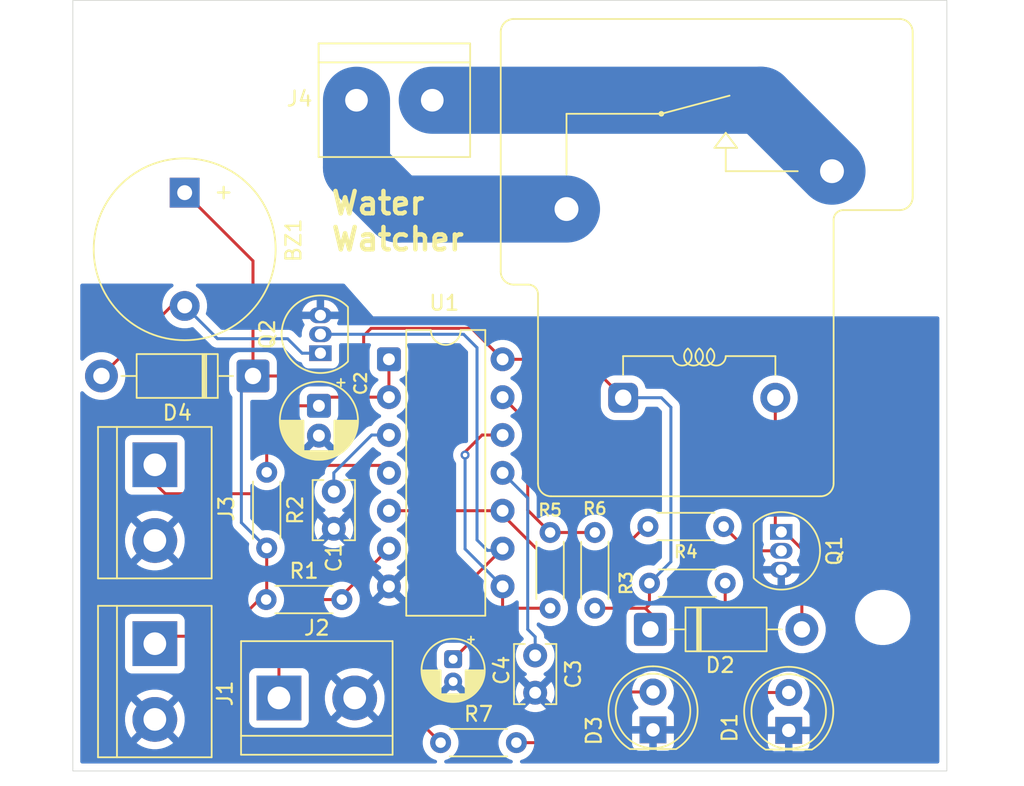
<source format=kicad_pcb>
(kicad_pcb (version 20241229) (generator "pcbnew") (generator_version "9.0")
  (layers (0 "F.Cu" signal) (2 "B.Cu" signal) (13 "F.Paste" user) (15 "B.Paste" user) (5 "F.SilkS" user "F.Silkscreen") (7 "B.SilkS" user "B.Silkscreen") (1 "F.Mask" user) (3 "B.Mask" user) (25 "Edge.Cuts" user))
  (net 0 "")
  (net 1 "VCC")
  (net 2 "Net-(BZ1--)")
  (net 3 "GND")
  (net 4 "Net-(U1A-CV)")
  (net 5 "Net-(U1A-DIS)")
  (net 6 "Net-(U1B-CV)")
  (net 7 "Net-(U1B-THR)")
  (net 8 "Net-(D1-A)")
  (net 9 "Net-(D2-A)")
  (net 10 "Net-(D3-A)")
  (net 11 "Net-(J2-Pin_1)")
  (net 12 "RESET")
  (net 13 "Net-(Q1-B)")
  (net 14 "Net-(Q2-B)")
  (net 15 "Signal")
  (net 16 "Net-(U1B-DIS)")
  (net 17 "Net-(J4-Pin_1)")
  (net 18 "Net-(J4-Pin_2)")
  (footprint "Resistor_THT:R_Axial_DIN0204_L3.6mm_D1.6mm_P5.08mm_Horizontal" (layer "F.Cu") (at 185.96 98)
    (property "Reference" "R1" (at 2.54 -1.92 0) (layer "F.SilkS"))
    (property "Value" "10k")
    (pad "1" thru_hole circle (at 0 0) (size 1.4 1.4) (drill 0.7) (layers "*.Cu" "*.Mask") (net 1 "VCC"))
    (pad "2" thru_hole circle (at 5.08 0) (size 1.4 1.4) (drill 0.7) (layers "*.Cu" "*.Mask") (net 11 "Net-(J2-Pin_1)"))
  )
  (footprint "Capacitor_THT:CP_Radial_D4.0mm_P1.50mm" (layer "F.Cu") (at 198.5 102 -90)
    (property "Reference" "C4" (at 0.75 -3.25 90) (layer "F.SilkS"))
    (property "Value" "10u")
    (pad "1" thru_hole roundrect (at 0 0 270) (size 1.2 1.2) (drill 0.6) (layers "*.Cu" "*.Mask") (roundrect_rratio 0.208333) (net 7 "Net-(U1B-THR)"))
    (pad "2" thru_hole circle (at 1.5 0 270) (size 1.2 1.2) (drill 0.6) (layers "*.Cu" "*.Mask") (net 3 "GND"))
  )
  (footprint "Capacitor_THT:C_Disc_D3.8mm_W2.6mm_P2.50mm" (layer "F.Cu") (at 190.5 90.75 -90)
    (property "Reference" "C1" (at 4.45 0 90) (layer "F.SilkS"))
    (property "Value" "0.01u")
    (pad "1" thru_hole circle (at 0 0 270) (size 1.6 1.6) (drill 0.8) (layers "*.Cu" "*.Mask") (net 4 "Net-(U1A-CV)"))
    (pad "2" thru_hole circle (at 2.5 0 270) (size 1.6 1.6) (drill 0.8) (layers "*.Cu" "*.Mask") (net 3 "GND"))
  )
  (footprint "TerminalBlock:TerminalBlock_bornier-2_P5.08mm" (layer "F.Cu") (at 186.82 104.6)
    (property "Reference" "J2" (at 2.54 -4.7 0) (layer "F.SilkS"))
    (property "Value" "Conn_01x02_Pin")
    (pad "1" thru_hole rect (at 0 0) (size 3 3) (drill 1.52) (layers "*.Cu" "*.Mask") (net 11 "Net-(J2-Pin_1)"))
    (pad "2" thru_hole circle (at 5.08 0) (size 3 3) (drill 1.52) (layers "*.Cu" "*.Mask") (net 3 "GND"))
  )
  (footprint "Diode_THT:D_DO-41_SOD81_P10.16mm_Horizontal" (layer "F.Cu") (at 185.08 83 180)
    (property "Reference" "D4" (at 5.08 -2.47 0) (layer "F.SilkS"))
    (property "Value" "1N4001")
    (pad "1" thru_hole roundrect (at 0 0 180) (size 2.2 2.2) (drill 1.1) (layers "*.Cu" "*.Mask") (roundrect_rratio 0.113636) (net 1 "VCC"))
    (pad "2" thru_hole circle (at 10.16 0 180) (size 2.2 2.2) (drill 1.1) (layers "*.Cu" "*.Mask") (net 2 "Net-(BZ1--)"))
  )
  (footprint "TerminalBlock:TerminalBlock_bornier-2_P5.08mm" (layer "F.Cu") (at 178.5 88.96 -90)
    (property "Reference" "J3" (at 2.94 -4.8 90) (layer "F.SilkS"))
    (property "Value" "Conn_01x02_Pin")
    (pad "1" thru_hole rect (at 0 0 270) (size 3 3) (drill 1.52) (layers "*.Cu" "*.Mask") (net 12 "RESET"))
    (pad "2" thru_hole circle (at 5.08 0 270) (size 3 3) (drill 1.52) (layers "*.Cu" "*.Mask") (net 3 "GND"))
  )
  (footprint "Resistor_THT:R_Axial_DIN0204_L3.6mm_D1.6mm_P5.08mm_Horizontal" (layer "F.Cu") (at 208 93.5 -90)
    (property "Reference" "R6" (at -1.6 0 180) (layer "F.SilkS") (effects (font (size 0.8 0.8))))
    (property "Value" "50k")
    (pad "1" thru_hole circle (at 0 0 270) (size 1.4 1.4) (drill 0.7) (layers "*.Cu" "*.Mask") (net 16 "Net-(U1B-DIS)"))
    (pad "2" thru_hole circle (at 5.08 0 270) (size 1.4 1.4) (drill 0.7) (layers "*.Cu" "*.Mask") (net 1 "VCC"))
  )
  (footprint "Resistor_THT:R_Axial_DIN0204_L3.6mm_D1.6mm_P5.08mm_Horizontal" (layer "F.Cu") (at 205 93.5 -90)
    (property "Reference" "R5" (at -1.5 0 180) (layer "F.SilkS") (effects (font (size 0.8 0.8))))
    (property "Value" "100k")
    (pad "1" thru_hole circle (at 0 0 270) (size 1.4 1.4) (drill 0.7) (layers "*.Cu" "*.Mask") (net 16 "Net-(U1B-DIS)"))
    (pad "2" thru_hole circle (at 5.08 0 270) (size 1.4 1.4) (drill 0.7) (layers "*.Cu" "*.Mask") (net 7 "Net-(U1B-THR)"))
  )
  (footprint "Package_DIP:CERDIP-14_W7.62mm_SideBrazed" (layer "F.Cu") (at 194.195 81.88)
    (property "Reference" "U1" (at 3.705 -3.78 0) (layer "F.SilkS"))
    (property "Value" "NE556")
    (pad "1" thru_hole roundrect (at 0 0) (size 1.6 1.6) (drill 0.8) (layers "*.Cu" "*.Mask") (roundrect_rratio 0.15625) (net 5 "Net-(U1A-DIS)"))
    (pad "2" thru_hole circle (at 0 2.54) (size 1.6 1.6) (drill 0.8) (layers "*.Cu" "*.Mask") (net 5 "Net-(U1A-DIS)"))
    (pad "3" thru_hole circle (at 0 5.08) (size 1.6 1.6) (drill 0.8) (layers "*.Cu" "*.Mask") (net 4 "Net-(U1A-CV)"))
    (pad "4" thru_hole circle (at 0 7.62) (size 1.6 1.6) (drill 0.8) (layers "*.Cu" "*.Mask") (net 12 "RESET"))
    (pad "5" thru_hole circle (at 0 10.16) (size 1.6 1.6) (drill 0.8) (layers "*.Cu" "*.Mask") (net 15 "Signal"))
    (pad "6" thru_hole circle (at 0 12.7) (size 1.6 1.6) (drill 0.8) (layers "*.Cu" "*.Mask") (net 11 "Net-(J2-Pin_1)"))
    (pad "7" thru_hole circle (at 0 15.24) (size 1.6 1.6) (drill 0.8) (layers "*.Cu" "*.Mask") (net 3 "GND"))
    (pad "8" thru_hole circle (at 7.62 15.24) (size 1.6 1.6) (drill 0.8) (layers "*.Cu" "*.Mask") (net 7 "Net-(U1B-THR)"))
    (pad "9" thru_hole circle (at 7.62 12.7) (size 1.6 1.6) (drill 0.8) (layers "*.Cu" "*.Mask") (net 14 "Net-(Q2-B)"))
    (pad "10" thru_hole circle (at 7.62 10.16) (size 1.6 1.6) (drill 0.8) (layers "*.Cu" "*.Mask") (net 15 "Signal"))
    (pad "11" thru_hole circle (at 7.62 7.62) (size 1.6 1.6) (drill 0.8) (layers "*.Cu" "*.Mask") (net 6 "Net-(U1B-CV)"))
    (pad "12" thru_hole circle (at 7.62 5.08) (size 1.6 1.6) (drill 0.8) (layers "*.Cu" "*.Mask") (net 7 "Net-(U1B-THR)"))
    (pad "13" thru_hole circle (at 7.62 2.54) (size 1.6 1.6) (drill 0.8) (layers "*.Cu" "*.Mask") (net 16 "Net-(U1B-DIS)"))
    (pad "14" thru_hole circle (at 7.62 0) (size 1.6 1.6) (drill 0.8) (layers "*.Cu" "*.Mask") (net 1 "VCC"))
  )
  (footprint "Resistor_THT:R_Axial_DIN0204_L3.6mm_D1.6mm_P5.08mm_Horizontal" (layer "F.Cu") (at 197.66 107.6)
    (property "Reference" "R7" (at 2.54 -1.92 0) (layer "F.SilkS"))
    (property "Value" "1k")
    (pad "1" thru_hole circle (at 0 0) (size 1.4 1.4) (drill 0.7) (layers "*.Cu" "*.Mask") (net 14 "Net-(Q2-B)"))
    (pad "2" thru_hole circle (at 5.08 0) (size 1.4 1.4) (drill 0.7) (layers "*.Cu" "*.Mask") (net 10 "Net-(D3-A)"))
  )
  (footprint "Resistor_THT:R_Axial_DIN0204_L3.6mm_D1.6mm_P5.08mm_Horizontal" (layer "F.Cu") (at 186 89.46 -90)
    (property "Reference" "R2" (at 2.54 -1.92 90) (layer "F.SilkS"))
    (property "Value" "400k" (hide yes))
    (pad "1" thru_hole circle (at 0 0 270) (size 1.4 1.4) (drill 0.7) (layers "*.Cu" "*.Mask") (net 5 "Net-(U1A-DIS)"))
    (pad "2" thru_hole circle (at 5.08 0 270) (size 1.4 1.4) (drill 0.7) (layers "*.Cu" "*.Mask") (net 1 "VCC"))
  )
  (footprint "Resistor_THT:R_Axial_DIN0204_L3.6mm_D1.6mm_P5.08mm_Horizontal" (layer "F.Cu") (at 211.56 93.1)
    (property "Reference" "R4" (at 2.54 1.7 0) (layer "F.SilkS") (effects (font (size 0.8 0.8))))
    (property "Value" "1k")
    (pad "1" thru_hole circle (at 0 0) (size 1.4 1.4) (drill 0.7) (layers "*.Cu" "*.Mask") (net 15 "Signal"))
    (pad "2" thru_hole circle (at 5.08 0) (size 1.4 1.4) (drill 0.7) (layers "*.Cu" "*.Mask") (net 13 "Net-(Q1-B)"))
  )
  (footprint "MountingHole:MountingHole_3.2mm_M3" (layer "F.Cu") (at 227.3 99.2)
    (property "Reference" "REF**" (hide yes))
    (property "Value" "MountingHole_3.2mm_M3")
    (pad "" np_thru_hole circle (at 0 0) (size 3.2 3.2) (drill 3.2) (layers "*.Cu" "*.Mask"))
  )
  (footprint "Resistor_THT:R_Axial_DIN0204_L3.6mm_D1.6mm_P5.08mm_Horizontal" (layer "F.Cu") (at 211.66 96.9)
    (property "Reference" "R3" (at -1.56 0 90) (layer "F.SilkS") (effects (font (size 0.8 0.8))))
    (property "Value" "1k")
    (pad "1" thru_hole circle (at 0 0) (size 1.4 1.4) (drill 0.7) (layers "*.Cu" "*.Mask") (net 1 "VCC"))
    (pad "2" thru_hole circle (at 5.08 0) (size 1.4 1.4) (drill 0.7) (layers "*.Cu" "*.Mask") (net 8 "Net-(D1-A)"))
  )
  (footprint "Diode_THT:D_DO-41_SOD81_P10.16mm_Horizontal" (layer "F.Cu") (at 211.72 100)
    (property "Reference" "D2" (at 4.68 2.4 0) (layer "F.SilkS"))
    (property "Value" "1N4001")
    (pad "1" thru_hole roundrect (at 0 0) (size 2.2 2.2) (drill 1.1) (layers "*.Cu" "*.Mask") (roundrect_rratio 0.113636) (net 1 "VCC"))
    (pad "2" thru_hole circle (at 10.16 0) (size 2.2 2.2) (drill 1.1) (layers "*.Cu" "*.Mask") (net 9 "Net-(D2-A)"))
  )
  (footprint "Relay_THT:Relay_SPST_RAYEX-L90AS" (layer "F.Cu") (at 215 87 90)
    (property "Reference" "K1" (hide yes))
    (property "Value" "RAYEX-L90AS")
    (pad "13" thru_hole circle (at 15.2 -8.9 270) (size 3 3) (drill 1.6) (layers "*.Cu" "*.Mask") (net 18 "Net-(J4-Pin_2)"))
    (pad "14" thru_hole circle (at 17.74 8.9 270) (size 3 3) (drill 1.6) (layers "*.Cu" "*.Mask") (net 17 "Net-(J4-Pin_1)"))
    (pad "A1" thru_hole roundrect (at 2.54 -5.1 270) (size 2 2) (drill 1.1) (layers "*.Cu" "*.Mask") (net 1 "VCC"))
    (pad "A2" thru_hole circle (at 2.54 5.1 270) (size 2 2) (drill 1.1) (layers "*.Cu" "*.Mask") (net 9 "Net-(D2-A)"))
  )
  (footprint "TerminalBlock:TerminalBlock_bornier-2_P5.08mm" (layer "F.Cu") (at 178.5 100.96 -90)
    (property "Reference" "J1" (at 3.34 -4.7 90) (layer "F.SilkS"))
    (property "Value" "Conn_01x02_Pin")
    (pad "1" thru_hole rect (at 0 0 270) (size 3 3) (drill 1.52) (layers "*.Cu" "*.Mask") (net 1 "VCC"))
    (pad "2" thru_hole circle (at 5.08 0 270) (size 3 3) (drill 1.52) (layers "*.Cu" "*.Mask") (net 3 "GND"))
  )
  (footprint "LED_THT:LED_D5.0mm" (layer "F.Cu") (at 221 106.775 90)
    (property "Reference" "D1" (at 0.175 -3.96 90) (layer "F.SilkS"))
    (property "Value" "LED")
    (pad "1" thru_hole rect (at 0 0 90) (size 1.8 1.8) (drill 0.9) (layers "*.Cu" "*.Mask") (net 3 "GND"))
    (pad "2" thru_hole circle (at 2.54 0 90) (size 1.8 1.8) (drill 0.9) (layers "*.Cu" "*.Mask") (net 8 "Net-(D1-A)"))
  )
  (footprint "LED_THT:LED_D5.0mm" (layer "F.Cu") (at 211.9 106.74 90)
    (property "Reference" "D3" (at -0.06 -3.96 90) (layer "F.SilkS"))
    (property "Value" "LED")
    (pad "1" thru_hole rect (at 0 0 90) (size 1.8 1.8) (drill 0.9) (layers "*.Cu" "*.Mask") (net 3 "GND"))
    (pad "2" thru_hole circle (at 2.54 0 90) (size 1.8 1.8) (drill 0.9) (layers "*.Cu" "*.Mask") (net 10 "Net-(D3-A)"))
  )
  (footprint "MountingHole:MountingHole_3.2mm_M3" (layer "F.Cu") (at 177.6 62.9)
    (property "Reference" "REF**" (hide yes))
    (property "Value" "MountingHole_3.2mm_M3")
    (pad "" np_thru_hole circle (at 0 0) (size 3.2 3.2) (drill 3.2) (layers "*.Cu" "*.Mask"))
  )
  (footprint "Buzzer_Beeper:Buzzer_12x9.5RM7.6" (layer "F.Cu") (at 180.5 70.7 -90)
    (property "Reference" "BZ1" (at 3.2 -7.3 90) (layer "F.SilkS"))
    (property "Value" "Buzzer")
    (fp_text user "+" (at -0.01 -2.54 90) (layer "F.SilkS"))
    (pad "1" thru_hole rect (at 0 0 270) (size 2 2) (drill 1) (layers "*.Cu" "*.Mask") (net 1 "VCC"))
    (pad "2" thru_hole circle (at 7.6 0 270) (size 2 2) (drill 1) (layers "*.Cu" "*.Mask") (net 2 "Net-(BZ1--)"))
  )
  (footprint "Capacitor_THT:CP_Radial_D5.0mm_P2.00mm" (layer "F.Cu") (at 189.5 85 -90)
    (property "Reference" "C2" (at -1.5 -2.8 90) (layer "F.SilkS") (effects (font (size 0.8 0.8))))
    (property "Value" "50u" (hide yes))
    (pad "1" thru_hole roundrect (at 0 0 270) (size 1.6 1.6) (drill 0.8) (layers "*.Cu" "*.Mask") (roundrect_rratio 0.15625) (net 5 "Net-(U1A-DIS)"))
    (pad "2" thru_hole circle (at 2 0 270) (size 1.6 1.6) (drill 0.8) (layers "*.Cu" "*.Mask") (net 3 "GND"))
  )
  (footprint "Capacitor_THT:C_Disc_D3.8mm_W2.6mm_P2.50mm" (layer "F.Cu") (at 204 101.75 -90)
    (property "Reference" "C3" (at 1.25 -2.55 90) (layer "F.SilkS"))
    (property "Value" "0.01u")
    (pad "1" thru_hole circle (at 0 0 270) (size 1.6 1.6) (drill 0.8) (layers "*.Cu" "*.Mask") (net 6 "Net-(U1B-CV)"))
    (pad "2" thru_hole circle (at 2.5 0 270) (size 1.6 1.6) (drill 0.8) (layers "*.Cu" "*.Mask") (net 3 "GND"))
  )
  (footprint "TerminalBlock:TerminalBlock_bornier-2_P5.08mm" (layer "F.Cu") (at 197.1 64.5 180)
    (property "Reference" "J4" (at 8.9 0.1 0) (layer "F.SilkS"))
    (property "Value" "Conn_01x02_Pin")
    (pad "1" thru_hole rect (at 0 0 180) (size 3 3) (drill 1.52) (layers "*.Cu" "*.Mask") (net 17 "Net-(J4-Pin_1)"))
    (pad "2" thru_hole circle (at 5.08 0 180) (size 3 3) (drill 1.52) (layers "*.Cu" "*.Mask") (net 18 "Net-(J4-Pin_2)"))
  )
  (footprint "Package_TO_SOT_THT:TO-92_Inline" (layer "F.Cu") (at 220.5 93.46 -90)
    (property "Reference" "Q1" (at 1.27 -3.56 90) (layer "F.SilkS"))
    (property "Value" "BC549")
    (pad "1" thru_hole rect (at 0 0 270) (size 1.05 1.5) (drill 0.75) (layers "*.Cu" "*.Mask") (net 9 "Net-(D2-A)"))
    (pad "2" thru_hole oval (at 1.27 0 270) (size 1.05 1.5) (drill 0.75) (layers "*.Cu" "*.Mask") (net 13 "Net-(Q1-B)"))
    (pad "3" thru_hole oval (at 2.54 0 270) (size 1.05 1.5) (drill 0.75) (layers "*.Cu" "*.Mask") (net 3 "GND"))
  )
  (footprint "Package_TO_SOT_THT:TO-92_Inline" (layer "F.Cu") (at 189.6 81.47 90)
    (property "Reference" "Q2" (at 1.27 -3.56 90) (layer "F.SilkS"))
    (property "Value" "BC549")
    (pad "1" thru_hole rect (at 0 0 90) (size 1.05 1.5) (drill 0.75) (layers "*.Cu" "*.Mask") (net 2 "Net-(BZ1--)"))
    (pad "2" thru_hole oval (at 1.27 0 90) (size 1.05 1.5) (drill 0.75) (layers "*.Cu" "*.Mask") (net 14 "Net-(Q2-B)"))
    (pad "3" thru_hole oval (at 2.54 0 90) (size 1.05 1.5) (drill 0.75) (layers "*.Cu" "*.Mask") (net 3 "GND"))
  )
  (gr_rect (start 173 57.8) (end 231.6 109.5) (stroke (width 0.05)) (fill no) (layer "Edge.Cuts"))
  (gr_text "Water\nWatcher" (at 190.2 74.7 0) (layer "F.SilkS") (effects (font (size 1.5 1.5) (thickness 0.3) (bold yes)) (justify left bottom)))
  (segment (start 185.08 83) (end 191.6 83) (width 0.2) (layer "F.Cu") (net 1))
  (segment (start 186 94.54) (end 186 97.96) (width 0.2) (layer "F.Cu") (net 1))
  (segment (start 185.5 98) (end 183.04 100.46) (width 0.2) (layer "F.Cu") (net 1))
  (segment (start 211.4 98.6) (end 211.72 98.92) (width 0.2) (layer "F.Cu") (net 1))
  (segment (start 208 98.58) (end 211.38 98.58) (width 0.2) (layer "F.Cu") (net 1))
  (segment (start 180.5 70.7) (end 185.08 75.28) (width 0.2) (layer "F.Cu") (net 1))
  (segment (start 183.04 100.46) (end 178.5 100.46) (width 0.2) (layer "F.Cu") (net 1))
  (segment (start 211.38 98.58) (end 211.4 98.6) (width 0.2) (layer "F.Cu") (net 1))
  (segment (start 211.66 96.9) (end 211.66 98.34) (width 0.2) (layer "F.Cu") (net 1))
  (segment (start 185.96 98) (end 185.5 98) (width 0.2) (layer "F.Cu") (net 1))
  (segment (start 185.08 75.28) (end 185.08 83) (width 0.2) (layer "F.Cu") (net 1))
  (segment (start 191.6 83) (end 192.5 82.1) (width 0.2) (layer "F.Cu") (net 1))
  (segment (start 201.815 81.88) (end 207.32 81.88) (width 0.2) (layer "F.Cu") (net 1))
  (segment (start 192.5 80.3) (end 193 79.8) (width 0.2) (layer "F.Cu") (net 1))
  (segment (start 211.66 98.34) (end 211.4 98.6) (width 0.2) (layer "F.Cu") (net 1))
  (segment (start 193 79.8) (end 199.735 79.8) (width 0.2) (layer "F.Cu") (net 1))
  (segment (start 199.735 79.8) (end 201.815 81.88) (width 0.2) (layer "F.Cu") (net 1))
  (segment (start 211.72 98.92) (end 211.72 100) (width 0.2) (layer "F.Cu") (net 1))
  (segment (start 192.5 82.1) (end 192.5 80.3) (width 0.2) (layer "F.Cu") (net 1))
  (segment (start 207.32 81.88) (end 209.9 84.46) (width 0.2) (layer "F.Cu") (net 1))
  (segment (start 186 97.96) (end 185.96 98) (width 0.2) (layer "F.Cu") (net 1))
  (segment (start 185.08 83) (end 184.3 83.78) (width 0.2) (layer "B.Cu") (net 1))
  (segment (start 213.1 85.1) (end 213.1 95.46) (width 0.2) (layer "B.Cu") (net 1))
  (segment (start 213.1 95.46) (end 211.66 96.9) (width 0.2) (layer "B.Cu") (net 1))
  (segment (start 184.3 92.84) (end 186 94.54) (width 0.2) (layer "B.Cu") (net 1))
  (segment (start 184.3 83.78) (end 184.3 92.84) (width 0.2) (layer "B.Cu") (net 1))
  (segment (start 209.9 84.46) (end 212.46 84.46) (width 0.2) (layer "B.Cu") (net 1))
  (segment (start 212.46 84.46) (end 213.1 85.1) (width 0.2) (layer "B.Cu") (net 1))
  (segment (start 179.62 78.3) (end 180.5 78.3) (width 0.2) (layer "F.Cu") (net 2))
  (segment (start 174.92 83) (end 179.62 78.3) (width 0.2) (layer "F.Cu") (net 2))
  (segment (start 180.5 78.3) (end 182.7 80.5) (width 0.2) (layer "B.Cu") (net 2))
  (segment (start 182.7 80.5) (end 187.4 80.5) (width 0.2) (layer "B.Cu") (net 2))
  (segment (start 187.4 80.5) (end 188.37 81.47) (width 0.2) (layer "B.Cu") (net 2))
  (segment (start 188.37 81.47) (end 189.6 81.47) (width 0.2) (layer "B.Cu") (net 2))
  (segment (start 193.04 86.96) (end 190.5 89.5) (width 0.2) (layer "B.Cu") (net 4))
  (segment (start 194.195 86.96) (end 193.04 86.96) (width 0.2) (layer "B.Cu") (net 4))
  (segment (start 190.5 89.5) (end 190.5 90.75) (width 0.2) (layer "B.Cu") (net 4))
  (segment (start 194.195 81.88) (end 194.195 84.42) (width 0.2) (layer "F.Cu") (net 5))
  (segment (start 194.195 84.42) (end 190.08 84.42) (width 0.2) (layer "F.Cu") (net 5))
  (segment (start 186 85.5) (end 186 89.46) (width 0.2) (layer "F.Cu") (net 5))
  (segment (start 186.5 85) (end 186 85.5) (width 0.2) (layer "F.Cu") (net 5))
  (segment (start 189.5 85) (end 186.5 85) (width 0.2) (layer "F.Cu") (net 5))
  (segment (start 190.08 84.42) (end 189.5 85) (width 0.2) (layer "F.Cu") (net 5))
  (segment (start 204 100.5) (end 204 101.75) (width 0.2) (layer "B.Cu") (net 6))
  (segment (start 201.815 89.5) (end 203.5 91.185) (width 0.2) (layer "B.Cu") (net 6))
  (segment (start 203.5 100) (end 204 100.5) (width 0.2) (layer "B.Cu") (net 6))
  (segment (start 203.5 91.185) (end 203.5 100) (width 0.2) (layer "B.Cu") (net 6))
  (segment (start 201.815 97.12) (end 201.815 98.475) (width 0.2) (layer "F.Cu") (net 7))
  (segment (start 205 98.58) (end 201.92 98.58) (width 0.2) (layer "F.Cu") (net 7))
  (segment (start 199.8 87.6) (end 199.3 88.1) (width 0.2) (layer "F.Cu") (net 7))
  (segment (start 200.44 86.96) (end 199.8 87.6) (width 0.2) (layer "F.Cu") (net 7))
  (segment (start 201.92 98.58) (end 198.5 102) (width 0.2) (layer "F.Cu") (net 7))
  (segment (start 201.815 98.475) (end 201.92 98.58) (width 0.2) (layer "F.Cu") (net 7))
  (segment (start 199.3 88.1) (end 199.3 88.3) (width 0.2) (layer "F.Cu") (net 7))
  (segment (start 201.815 86.96) (end 200.44 86.96) (width 0.2) (layer "F.Cu") (net 7))
  (via (at 199.3 88.3) (size 0.6) (drill 0.3) (layers "F.Cu" "B.Cu") (net 7))
  (segment (start 199.3 94.605) (end 201.815 97.12) (width 0.2) (layer "B.Cu") (net 7))
  (segment (start 199.3 88.3) (end 199.3 94.605) (width 0.2) (layer "B.Cu") (net 7))
  (segment (start 216.74 96.9) (end 216.74 103.24) (width 0.2) (layer "F.Cu") (net 8))
  (segment (start 217.735 104.235) (end 221 104.235) (width 0.2) (layer "F.Cu") (net 8))
  (segment (start 216.74 103.24) (end 217.735 104.235) (width 0.2) (layer "F.Cu") (net 8))
  (segment (start 220.1 84.46) (end 220.1 93.06) (width 0.2) (layer "F.Cu") (net 9))
  (segment (start 220.1 93.06) (end 220.5 93.46) (width 0.2) (layer "F.Cu") (net 9))
  (segment (start 221.88 94.615) (end 220.725 93.46) (width 0.2) (layer "F.Cu") (net 9))
  (segment (start 220.725 93.46) (end 220.5 93.46) (width 0.2) (layer "F.Cu") (net 9))
  (segment (start 221.88 100) (end 221.88 94.615) (width 0.2) (layer "F.Cu") (net 9))
  (segment (start 208.9 104.2) (end 211.9 104.2) (width 0.2) (layer "F.Cu") (net 10))
  (segment (start 205.5 107.6) (end 208.9 104.2) (width 0.2) (layer "F.Cu") (net 10))
  (segment (start 202.74 107.6) (end 205.5 107.6) (width 0.2) (layer "F.Cu") (net 10))
  (segment (start 194.195 94.58) (end 191.04 97.735) (width 0.2) (layer "F.Cu") (net 11))
  (segment (start 189.5 98) (end 191.04 98) (width 0.2) (layer "F.Cu") (net 11))
  (segment (start 186.82 104.6) (end 186.82 100.68) (width 0.2) (layer "F.Cu") (net 11))
  (segment (start 191.04 97.735) (end 191.04 98) (width 0.2) (layer "F.Cu") (net 11))
  (segment (start 186.82 100.68) (end 189.5 98) (width 0.2) (layer "F.Cu") (net 11))
  (segment (start 193.695 89) (end 194.195 89.5) (width 0.2) (layer "F.Cu") (net 12))
  (segment (start 178.5 90.2) (end 179.2 90.9) (width 0.2) (layer "F.Cu") (net 12))
  (segment (start 179.2 90.9) (end 187.2 90.9) (width 0.2) (layer "F.Cu") (net 12))
  (segment (start 187.2 90.9) (end 189.1 89) (width 0.2) (layer "F.Cu") (net 12))
  (segment (start 189.1 89) (end 193.695 89) (width 0.2) (layer "F.Cu") (net 12))
  (segment (start 178.5 88.96) (end 178.5 90.2) (width 0.2) (layer "F.Cu") (net 12))
  (segment (start 216.54 93) (end 218.27 94.73) (width 0.2) (layer "F.Cu") (net 13))
  (segment (start 218.27 94.73) (end 220.5 94.73) (width 0.2) (layer "F.Cu") (net 13))
  (segment (start 195.6 105.54) (end 195.6 100.795) (width 0.2) (layer "F.Cu") (net 14))
  (segment (start 195.6 100.795) (end 201.815 94.58) (width 0.2) (layer "F.Cu") (net 14))
  (segment (start 197.66 107.6) (end 195.6 105.54) (width 0.2) (layer "F.Cu") (net 14))
  (segment (start 200.1 81.1) (end 200.1 94) (width 0.2) (layer "B.Cu") (net 14))
  (segment (start 199.2 80.2) (end 200.1 81.1) (width 0.2) (layer "B.Cu") (net 14))
  (segment (start 200.8 94.7) (end 201.695 94.7) (width 0.2) (layer "B.Cu") (net 14))
  (segment (start 201.695 94.7) (end 201.815 94.58) (width 0.2) (layer "B.Cu") (net 14))
  (segment (start 200.1 94) (end 200.8 94.7) (width 0.2) (layer "B.Cu") (net 14))
  (segment (start 189.6 80.2) (end 199.2 80.2) (width 0.2) (layer "B.Cu") (net 14))
  (segment (start 209.46 95) (end 211.46 93) (width 0.2) (layer "F.Cu") (net 15))
  (segment (start 201.815 92.315) (end 204.5 95) (width 0.2) (layer "F.Cu") (net 15))
  (segment (start 194.195 92.04) (end 201.815 92.04) (width 0.2) (layer "F.Cu") (net 15))
  (segment (start 204.5 95) (end 209.46 95) (width 0.2) (layer "F.Cu") (net 15))
  (segment (start 201.815 92.04) (end 201.815 92.315) (width 0.2) (layer "F.Cu") (net 15))
  (segment (start 201.815 84.42) (end 203.5 86.105) (width 0.2) (layer "F.Cu") (net 16))
  (segment (start 203.5 86.105) (end 203.5 92) (width 0.2) (layer "F.Cu") (net 16))
  (segment (start 205 93.5) (end 208 93.5) (width 0.2) (layer "F.Cu") (net 16))
  (segment (start 203.5 92) (end 205 93.5) (width 0.2) (layer "F.Cu") (net 16))
  (segment (start 197.1 64.5) (end 219.14 64.5) (width 4.5) (layer "B.Cu") (net 17))
  (segment (start 219.14 64.5) (end 223.9 69.26) (width 4.5) (layer "B.Cu") (net 17))
  (segment (start 192.02 64.5) (end 192.02 69.02) (width 4.5) (layer "B.Cu") (net 18))
  (segment (start 192.02 69.02) (end 194.8 71.8) (width 4.5) (layer "B.Cu") (net 18))
  (segment (start 194.8 71.8) (end 206.1 71.8) (width 4.5) (layer "B.Cu") (net 18))
  (zone (net 3) (net_name "GND") (layer "B.Cu") (connect_pads (clearance 0.5)) (min_thickness 0.25) (fill yes (thermal_gap 0.5) (thermal_bridge_width 0.5))
    (polygon (pts (xy 232.5 110.4) (xy 232.5 79) (xy 193.141177 79) (xy 191.2 76.8) (xy 186.9 76.8) (xy 172.5 76.8) (xy 172.1 110.4)))
  )
)
</source>
